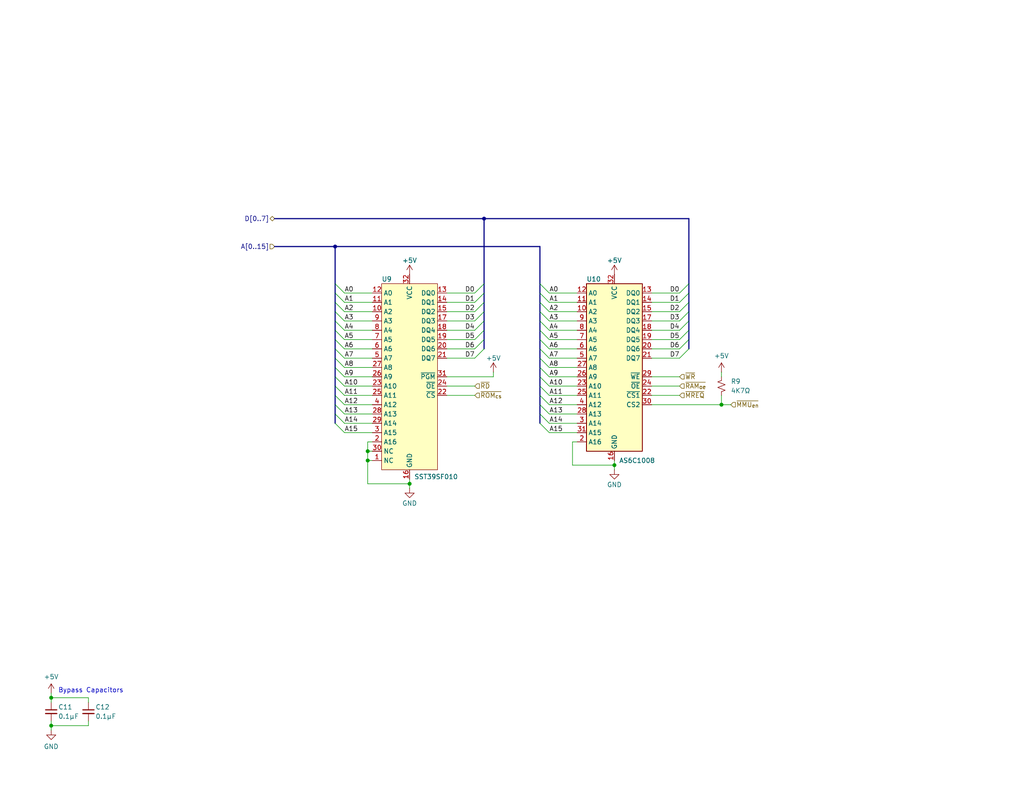
<source format=kicad_sch>
(kicad_sch (version 20250114) (generator "eeschema") (generator_version "9.0")
  (paper "USLetter")
  (title_block (title "Flash ROM, SRAM, and RTC") (date "2026-02-28") (rev "2.1") (company "MicroHobbyist") (comment 1 "Frédéric Segard"))
  (lib_symbols
    (symbol "Device:C_Small" (pin_numbers (hide yes)) (pin_names (offset 0.254) (hide yes))
      (property "Reference" "C" (at 0.254 1.778 0))
      (property "Value" "C_Small" (at 0.254 -2.032 0))
      (symbol "C_Small_0_1"
        (polyline (pts (xy -1.524 0.508) (xy 1.524 0.508)) (stroke (width 0.3048)))
        (polyline (pts (xy -1.524 -0.508) (xy 1.524 -0.508)) (stroke (width 0.3302)))
      )
      (symbol "C_Small_1_1"
        (pin passive line (at 0 2.54 270) (length 2.032) (name "~") (number "1"))
        (pin passive line (at 0 -2.54 90) (length 2.032) (name "~") (number "2"))
      )
    )
    (symbol "Device:R_Small_US" (pin_numbers (hide yes)) (pin_names (offset 0.254) (hide yes))
      (property "Reference" "R" (at 0.762 0.508 0))
      (property "Value" "R_Small_US" (at 0.762 -1.016 0))
      (symbol "R_Small_US_1_1"
        (polyline (pts (xy 0 1.524) (xy 1.016 1.143) (xy 0 0.762) (xy -1.016 0.381) (xy 0 0)))
        (polyline (pts (xy 0 0) (xy 1.016 -0.381) (xy 0 -0.762) (xy -1.016 -1.143) (xy 0 -1.524)))
        (pin passive line (at 0 2.54 270) (length 1.016) (name "~") (number "1"))
        (pin passive line (at 0 -2.54 90) (length 1.016) (name "~") (number "2"))
      )
    )
    (symbol "MicroHobbyist:AS6C1008"
      (property "Reference" "U" (at -7.62 23.495 0))
      (property "Value" "AS6C1008" (at 1.27 -25.4 0))
      (symbol "AS6C1008_0_0"
        (pin power_in line (at 0 25.4 270) (length 2.54) (name "VCC") (number "32"))
        (pin power_in line (at 0 -25.4 90) (length 2.54) (name "GND") (number "16"))
      )
      (symbol "AS6C1008_0_1"
        (rectangle (start -7.62 22.86) (end 7.62 -22.86) (stroke (width 0.254)) (fill (type background)))
      )
      (symbol "AS6C1008_1_1"
        (pin input line (at -10.16 20.32 0) (length 2.54) (name "A0") (number "12"))
        (pin input line (at -10.16 17.78 0) (length 2.54) (name "A1") (number "11"))
        (pin input line (at -10.16 15.24 0) (length 2.54) (name "A2") (number "10"))
        (pin input line (at -10.16 12.7 0) (length 2.54) (name "A3") (number "9"))
        (pin input line (at -10.16 10.16 0) (length 2.54) (name "A4") (number "8"))
        (pin input line (at -10.16 7.62 0) (length 2.54) (name "A5") (number "7"))
        (pin input line (at -10.16 5.08 0) (length 2.54) (name "A6") (number "6"))
        (pin input line (at -10.16 2.54 0) (length 2.54) (name "A7") (number "5"))
        (pin input line (at -10.16 0 0) (length 2.54) (name "A8") (number "27"))
        (pin input line (at -10.16 -2.54 0) (length 2.54) (name "A9") (number "26"))
        (pin input line (at -10.16 -5.08 0) (length 2.54) (name "A10") (number "23"))
        (pin input line (at -10.16 -7.62 0) (length 2.54) (name "A11") (number "25"))
        (pin input line (at -10.16 -10.16 0) (length 2.54) (name "A12") (number "4"))
        (pin input line (at -10.16 -12.7 0) (length 2.54) (name "A13") (number "28"))
        (pin input line (at -10.16 -15.24 0) (length 2.54) (name "A14") (number "3"))
        (pin input line (at -10.16 -17.78 0) (length 2.54) (name "A15") (number "31"))
        (pin input line (at -10.16 -20.32 0) (length 2.54) (name "A16") (number "2"))
        (pin tri_state line (at 10.16 20.32 180) (length 2.54) (name "DQ0") (number "13"))
        (pin tri_state line (at 10.16 17.78 180) (length 2.54) (name "DQ1") (number "14"))
        (pin tri_state line (at 10.16 15.24 180) (length 2.54) (name "DQ2") (number "15"))
        (pin tri_state line (at 10.16 12.7 180) (length 2.54) (name "DQ3") (number "17"))
        (pin tri_state line (at 10.16 10.16 180) (length 2.54) (name "DQ4") (number "18"))
        (pin tri_state line (at 10.16 7.62 180) (length 2.54) (name "DQ5") (number "19"))
        (pin tri_state line (at 10.16 5.08 180) (length 2.54) (name "DQ6") (number "20"))
        (pin tri_state line (at 10.16 2.54 180) (length 2.54) (name "DQ7") (number "21"))
        (pin input line (at 10.16 -2.54 180) (length 2.54) (name "~{WE}") (number "29"))
        (pin input line (at 10.16 -5.08 180) (length 2.54) (name "~{OE}") (number "24"))
        (pin input line (at 10.16 -7.62 180) (length 2.54) (name "~{CS1}") (number "22"))
        (pin input line (at 10.16 -10.16 180) (length 2.54) (name "CS2") (number "30"))
        (pin no_connect line (at 10.16 -20.32 180) (length 2.54) (hide yes) (name "NC") (number "1"))
      )
    )
    (symbol "MicroHobbyist:SST39SF010"
      (property "Reference" "U" (at -7.62 0 0))
      (property "Value" "SST39SF010" (at 1.27 0 0))
      (symbol "SST39SF010_0_0"
        (pin power_in line (at 0 2.54 270) (length 2.54) (name "VCC") (number "32"))
        (pin power_in line (at 0 -53.34 90) (length 2.54) (name "GND") (number "16"))
      )
      (symbol "SST39SF010_0_1"
        (rectangle (start -7.62 0) (end 7.62 -50.8) (fill (type background)))
      )
      (symbol "SST39SF010_1_1"
        (pin input line (at -10.16 -2.54 0) (length 2.54) (name "A0") (number "12"))
        (pin input line (at -10.16 -5.08 0) (length 2.54) (name "A1") (number "11"))
        (pin input line (at -10.16 -7.62 0) (length 2.54) (name "A2") (number "10"))
        (pin input line (at -10.16 -10.16 0) (length 2.54) (name "A3") (number "9"))
        (pin input line (at -10.16 -12.7 0) (length 2.54) (name "A4") (number "8"))
        (pin input line (at -10.16 -15.24 0) (length 2.54) (name "A5") (number "7"))
        (pin input line (at -10.16 -17.78 0) (length 2.54) (name "A6") (number "6"))
        (pin input line (at -10.16 -20.32 0) (length 2.54) (name "A7") (number "5"))
        (pin input line (at -10.16 -22.86 0) (length 2.54) (name "A8") (number "27"))
        (pin input line (at -10.16 -25.4 0) (length 2.54) (name "A9") (number "26"))
        (pin input line (at -10.16 -27.94 0) (length 2.54) (name "A10") (number "23"))
        (pin input line (at -10.16 -30.48 0) (length 2.54) (name "A11") (number "25"))
        (pin input line (at -10.16 -33.02 0) (length 2.54) (name "A12") (number "4"))
        (pin input line (at -10.16 -35.56 0) (length 2.54) (name "A13") (number "28"))
        (pin input line (at -10.16 -38.1 0) (length 2.54) (name "A14") (number "29"))
        (pin input line (at -10.16 -40.64 0) (length 2.54) (name "A15") (number "3"))
        (pin input line (at -10.16 -43.18 0) (length 2.54) (name "A16") (number "2"))
        (pin input line (at -10.16 -45.72 0) (length 2.54) (name "NC") (number "30"))
        (pin input line (at -10.16 -48.26 0) (length 2.54) (name "NC") (number "1"))
        (pin tri_state line (at 10.16 -2.54 180) (length 2.54) (name "DQ0") (number "13"))
        (pin tri_state line (at 10.16 -5.08 180) (length 2.54) (name "DQ1") (number "14"))
        (pin tri_state line (at 10.16 -7.62 180) (length 2.54) (name "DQ2") (number "15"))
        (pin tri_state line (at 10.16 -10.16 180) (length 2.54) (name "DQ3") (number "17"))
        (pin tri_state line (at 10.16 -12.7 180) (length 2.54) (name "DQ4") (number "18"))
        (pin tri_state line (at 10.16 -15.24 180) (length 2.54) (name "DQ5") (number "19"))
        (pin tri_state line (at 10.16 -17.78 180) (length 2.54) (name "DQ6") (number "20"))
        (pin tri_state line (at 10.16 -20.32 180) (length 2.54) (name "DQ7") (number "21"))
        (pin input line (at 10.16 -25.4 180) (length 2.54) (name "~{PGM}") (number "31"))
        (pin input line (at 10.16 -27.94 180) (length 2.54) (name "~{OE}") (number "24"))
        (pin input line (at 10.16 -30.48 180) (length 2.54) (name "~{CS}") (number "22"))
      )
    )
    (symbol "power:+5V" (power) (pin_numbers (hide yes)) (pin_names (offset 0) (hide yes))
      (property "Value" "+5V" (at 0 3.556 0))
      (symbol "+5V_0_1"
        (polyline (pts (xy -0.762 1.27) (xy 0 2.54)))
        (polyline (pts (xy 0 2.54) (xy 0.762 1.27)))
        (polyline (pts (xy 0 0) (xy 0 2.54)))
      )
      (symbol "+5V_1_1"
        (pin power_in line (at 0 0 90) (length 0) (name "~") (number "1"))
      )
    )
    (symbol "power:GND" (power) (pin_numbers (hide yes)) (pin_names (offset 0) (hide yes))
      (property "Value" "GND" (at 0 -3.81 0))
      (symbol "GND_0_1"
        (polyline (pts (xy 0 0) (xy 0 -1.27) (xy 1.27 -1.27) (xy 0 -2.54) (xy -1.27 -1.27) (xy 0 -1.27)))
      )
      (symbol "GND_1_1"
        (pin power_in line (at 0 0 270) (length 0) (name "~") (number "1"))
      )
    )
  )
  (text "Bypass Capacitors" (at 15.875 188.595 0) (effects (font (size 1.27 1.27)) (justify left)))
  (junction (at 13.97 190.5))
  (junction (at 13.97 198.12))
  (junction (at 167.64 127))
  (junction (at 100.33 123.19))
  (junction (at 100.33 125.73))
  (junction (at 132.08 59.69))
  (junction (at 111.76 132.08))
  (junction (at 91.44 67.31))
  (junction (at 196.85 110.49))
  (bus_entry (at 147.32 107.95) (size 2.54 2.54))
  (bus_entry (at 91.44 105.41) (size 2.54 2.54))
  (bus_entry (at 132.08 80.01) (size -2.54 2.54))
  (bus_entry (at 91.44 110.49) (size 2.54 2.54))
  (bus_entry (at 187.96 90.17) (size -2.54 2.54))
  (bus_entry (at 91.44 82.55) (size 2.54 2.54))
  (bus_entry (at 129.54 80.01) (size 2.54 -2.54))
  (bus_entry (at 91.44 77.47) (size 2.54 2.54))
  (bus_entry (at 132.08 95.25) (size -2.54 2.54))
  (bus_entry (at 132.08 85.09) (size -2.54 2.54))
  (bus_entry (at 91.44 97.79) (size 2.54 2.54))
  (bus_entry (at 132.08 87.63) (size -2.54 2.54))
  (bus_entry (at 147.32 97.79) (size 2.54 2.54))
  (bus_entry (at 147.32 110.49) (size 2.54 2.54))
  (bus_entry (at 147.32 95.25) (size 2.54 2.54))
  (bus_entry (at 91.44 95.25) (size 2.54 2.54))
  (bus_entry (at 147.32 102.87) (size 2.54 2.54))
  (bus_entry (at 132.08 82.55) (size -2.54 2.54))
  (bus_entry (at 91.44 92.71) (size 2.54 2.54))
  (bus_entry (at 187.96 95.25) (size -2.54 2.54))
  (bus_entry (at 147.32 77.47) (size 2.54 2.54))
  (bus_entry (at 147.32 92.71) (size 2.54 2.54))
  (bus_entry (at 147.32 90.17) (size 2.54 2.54))
  (bus_entry (at 147.32 80.01) (size 2.54 2.54))
  (bus_entry (at 132.08 92.71) (size -2.54 2.54))
  (bus_entry (at 147.32 85.09) (size 2.54 2.54))
  (bus_entry (at 91.44 85.09) (size 2.54 2.54))
  (bus_entry (at 147.32 87.63) (size 2.54 2.54))
  (bus_entry (at 91.44 87.63) (size 2.54 2.54))
  (bus_entry (at 132.08 90.17) (size -2.54 2.54))
  (bus_entry (at 91.44 113.03) (size 2.54 2.54))
  (bus_entry (at 187.96 80.01) (size -2.54 2.54))
  (bus_entry (at 187.96 82.55) (size -2.54 2.54))
  (bus_entry (at 91.44 107.95) (size 2.54 2.54))
  (bus_entry (at 187.96 85.09) (size -2.54 2.54))
  (bus_entry (at 91.44 90.17) (size 2.54 2.54))
  (bus_entry (at 91.44 102.87) (size 2.54 2.54))
  (bus_entry (at 91.44 80.01) (size 2.54 2.54))
  (bus_entry (at 147.32 100.33) (size 2.54 2.54))
  (bus_entry (at 147.32 105.41) (size 2.54 2.54))
  (bus_entry (at 185.42 80.01) (size 2.54 -2.54))
  (bus_entry (at 91.44 115.57) (size 2.54 2.54))
  (bus_entry (at 187.96 92.71) (size -2.54 2.54))
  (bus_entry (at 147.32 82.55) (size 2.54 2.54))
  (bus_entry (at 187.96 87.63) (size -2.54 2.54))
  (bus_entry (at 147.32 113.03) (size 2.54 2.54))
  (bus_entry (at 91.44 100.33) (size 2.54 2.54))
  (bus_entry (at 147.32 115.57) (size 2.54 2.54))
  (wire (pts (xy 156.21 120.65) (xy 157.48 120.65)))
  (wire (pts (xy 149.86 97.79) (xy 157.48 97.79)))
  (bus (pts (xy 132.08 85.09) (xy 132.08 87.63)))
  (bus (pts (xy 91.44 110.49) (xy 91.44 113.03)))
  (wire (pts (xy 121.92 102.87) (xy 134.62 102.87)))
  (wire (pts (xy 100.33 120.65) (xy 101.6 120.65)))
  (bus (pts (xy 91.44 85.09) (xy 91.44 87.63)))
  (wire (pts (xy 129.54 105.41) (xy 121.92 105.41)))
  (bus (pts (xy 187.96 80.01) (xy 187.96 82.55)))
  (wire (pts (xy 185.42 80.01) (xy 177.8 80.01)))
  (bus (pts (xy 91.44 67.31) (xy 91.44 77.47)))
  (wire (pts (xy 93.98 105.41) (xy 101.6 105.41)))
  (wire (pts (xy 111.76 130.81) (xy 111.76 132.08)))
  (wire (pts (xy 93.98 87.63) (xy 101.6 87.63)))
  (wire (pts (xy 185.42 85.09) (xy 177.8 85.09)))
  (wire (pts (xy 24.13 196.85) (xy 24.13 198.12)))
  (bus (pts (xy 147.32 80.01) (xy 147.32 82.55)))
  (bus (pts (xy 74.93 59.69) (xy 132.08 59.69)))
  (bus (pts (xy 132.08 82.55) (xy 132.08 85.09)))
  (wire (pts (xy 129.54 87.63) (xy 121.92 87.63)))
  (wire (pts (xy 156.21 127) (xy 167.64 127)))
  (wire (pts (xy 149.86 105.41) (xy 157.48 105.41)))
  (wire (pts (xy 185.42 95.25) (xy 177.8 95.25)))
  (wire (pts (xy 129.54 107.95) (xy 121.92 107.95)))
  (bus (pts (xy 147.32 97.79) (xy 147.32 100.33)))
  (wire (pts (xy 93.98 107.95) (xy 101.6 107.95)))
  (bus (pts (xy 147.32 105.41) (xy 147.32 107.95)))
  (bus (pts (xy 91.44 82.55) (xy 91.44 85.09)))
  (wire (pts (xy 149.86 90.17) (xy 157.48 90.17)))
  (wire (pts (xy 93.98 102.87) (xy 101.6 102.87)))
  (bus (pts (xy 147.32 87.63) (xy 147.32 90.17)))
  (wire (pts (xy 100.33 123.19) (xy 100.33 125.73)))
  (bus (pts (xy 74.93 67.31) (xy 91.44 67.31)))
  (bus (pts (xy 91.44 102.87) (xy 91.44 105.41)))
  (wire (pts (xy 167.64 128.27) (xy 167.64 127)))
  (wire (pts (xy 177.8 105.41) (xy 185.42 105.41)))
  (wire (pts (xy 93.98 118.11) (xy 101.6 118.11)))
  (wire (pts (xy 196.85 101.6) (xy 196.85 102.87)))
  (wire (pts (xy 149.86 110.49) (xy 157.48 110.49)))
  (bus (pts (xy 147.32 90.17) (xy 147.32 92.71)))
  (wire (pts (xy 93.98 115.57) (xy 101.6 115.57)))
  (bus (pts (xy 147.32 85.09) (xy 147.32 87.63)))
  (bus (pts (xy 132.08 90.17) (xy 132.08 92.71)))
  (bus (pts (xy 132.08 59.69) (xy 187.96 59.69)))
  (wire (pts (xy 177.8 107.95) (xy 185.42 107.95)))
  (bus (pts (xy 132.08 59.69) (xy 132.08 77.47)))
  (wire (pts (xy 13.97 190.5) (xy 13.97 191.77)))
  (wire (pts (xy 93.98 90.17) (xy 101.6 90.17)))
  (wire (pts (xy 177.8 102.87) (xy 185.42 102.87)))
  (wire (pts (xy 24.13 190.5) (xy 24.13 191.77)))
  (bus (pts (xy 91.44 92.71) (xy 91.44 95.25)))
  (wire (pts (xy 13.97 190.5) (xy 24.13 190.5)))
  (wire (pts (xy 196.85 110.49) (xy 199.39 110.49)))
  (bus (pts (xy 147.32 95.25) (xy 147.32 97.79)))
  (bus (pts (xy 132.08 77.47) (xy 132.08 80.01)))
  (wire (pts (xy 134.62 101.6) (xy 134.62 102.87)))
  (bus (pts (xy 91.44 95.25) (xy 91.44 97.79)))
  (wire (pts (xy 185.42 90.17) (xy 177.8 90.17)))
  (wire (pts (xy 93.98 100.33) (xy 101.6 100.33)))
  (wire (pts (xy 129.54 95.25) (xy 121.92 95.25)))
  (bus (pts (xy 187.96 92.71) (xy 187.96 95.25)))
  (wire (pts (xy 167.64 127) (xy 167.64 125.73)))
  (bus (pts (xy 132.08 87.63) (xy 132.08 90.17)))
  (wire (pts (xy 196.85 107.95) (xy 196.85 110.49)))
  (bus (pts (xy 91.44 67.31) (xy 147.32 67.31)))
  (wire (pts (xy 149.86 100.33) (xy 157.48 100.33)))
  (wire (pts (xy 149.86 92.71) (xy 157.48 92.71)))
  (wire (pts (xy 93.98 82.55) (xy 101.6 82.55)))
  (wire (pts (xy 149.86 107.95) (xy 157.48 107.95)))
  (wire (pts (xy 156.21 120.65) (xy 156.21 127)))
  (wire (pts (xy 149.86 80.01) (xy 157.48 80.01)))
  (wire (pts (xy 185.42 87.63) (xy 177.8 87.63)))
  (bus (pts (xy 147.32 77.47) (xy 147.32 80.01)))
  (bus (pts (xy 91.44 87.63) (xy 91.44 90.17)))
  (wire (pts (xy 149.86 87.63) (xy 157.48 87.63)))
  (wire (pts (xy 93.98 95.25) (xy 101.6 95.25)))
  (wire (pts (xy 149.86 118.11) (xy 157.48 118.11)))
  (wire (pts (xy 93.98 113.03) (xy 101.6 113.03)))
  (wire (pts (xy 13.97 198.12) (xy 24.13 198.12)))
  (bus (pts (xy 147.32 92.71) (xy 147.32 95.25)))
  (wire (pts (xy 149.86 85.09) (xy 157.48 85.09)))
  (bus (pts (xy 187.96 59.69) (xy 187.96 77.47)))
  (bus (pts (xy 91.44 113.03) (xy 91.44 115.57)))
  (wire (pts (xy 13.97 189.23) (xy 13.97 190.5)))
  (bus (pts (xy 132.08 92.71) (xy 132.08 95.25)))
  (wire (pts (xy 149.86 82.55) (xy 157.48 82.55)))
  (bus (pts (xy 147.32 102.87) (xy 147.32 105.41)))
  (wire (pts (xy 185.42 82.55) (xy 177.8 82.55)))
  (wire (pts (xy 129.54 85.09) (xy 121.92 85.09)))
  (wire (pts (xy 129.54 82.55) (xy 121.92 82.55)))
  (bus (pts (xy 91.44 100.33) (xy 91.44 102.87)))
  (wire (pts (xy 93.98 110.49) (xy 101.6 110.49)))
  (bus (pts (xy 91.44 80.01) (xy 91.44 82.55)))
  (bus (pts (xy 187.96 85.09) (xy 187.96 87.63)))
  (bus (pts (xy 91.44 105.41) (xy 91.44 107.95)))
  (wire (pts (xy 149.86 102.87) (xy 157.48 102.87)))
  (bus (pts (xy 147.32 110.49) (xy 147.32 113.03)))
  (wire (pts (xy 100.33 125.73) (xy 101.6 125.73)))
  (wire (pts (xy 149.86 115.57) (xy 157.48 115.57)))
  (wire (pts (xy 149.86 95.25) (xy 157.48 95.25)))
  (wire (pts (xy 129.54 97.79) (xy 121.92 97.79)))
  (wire (pts (xy 93.98 97.79) (xy 101.6 97.79)))
  (bus (pts (xy 187.96 90.17) (xy 187.96 92.71)))
  (wire (pts (xy 111.76 132.08) (xy 111.76 133.35)))
  (bus (pts (xy 91.44 97.79) (xy 91.44 100.33)))
  (bus (pts (xy 147.32 100.33) (xy 147.32 102.87)))
  (wire (pts (xy 93.98 85.09) (xy 101.6 85.09)))
  (wire (pts (xy 185.42 92.71) (xy 177.8 92.71)))
  (bus (pts (xy 147.32 107.95) (xy 147.32 110.49)))
  (wire (pts (xy 93.98 92.71) (xy 101.6 92.71)))
  (bus (pts (xy 187.96 87.63) (xy 187.96 90.17)))
  (wire (pts (xy 13.97 198.12) (xy 13.97 199.39)))
  (wire (pts (xy 100.33 125.73) (xy 100.33 132.08)))
  (wire (pts (xy 129.54 92.71) (xy 121.92 92.71)))
  (bus (pts (xy 187.96 77.47) (xy 187.96 80.01)))
  (wire (pts (xy 100.33 132.08) (xy 111.76 132.08)))
  (wire (pts (xy 100.33 123.19) (xy 101.6 123.19)))
  (bus (pts (xy 147.32 82.55) (xy 147.32 85.09)))
  (wire (pts (xy 93.98 80.01) (xy 101.6 80.01)))
  (wire (pts (xy 13.97 196.85) (xy 13.97 198.12)))
  (bus (pts (xy 132.08 80.01) (xy 132.08 82.55)))
  (bus (pts (xy 91.44 107.95) (xy 91.44 110.49)))
  (wire (pts (xy 185.42 97.79) (xy 177.8 97.79)))
  (wire (pts (xy 100.33 120.65) (xy 100.33 123.19)))
  (bus (pts (xy 187.96 82.55) (xy 187.96 85.09)))
  (wire (pts (xy 177.8 110.49) (xy 196.85 110.49)))
  (wire (pts (xy 129.54 90.17) (xy 121.92 90.17)))
  (bus (pts (xy 147.32 67.31) (xy 147.32 77.47)))
  (wire (pts (xy 149.86 113.03) (xy 157.48 113.03)))
  (bus (pts (xy 147.32 113.03) (xy 147.32 115.57)))
  (bus (pts (xy 91.44 77.47) (xy 91.44 80.01)))
  (wire (pts (xy 129.54 80.01) (xy 121.92 80.01)))
  (bus (pts (xy 91.44 90.17) (xy 91.44 92.71)))
  (label "A11" (at 149.86 107.95 0))
  (label "A11" (at 93.98 107.95 0))
  (label "A0" (at 149.86 80.01 0))
  (label "A15" (at 149.86 118.11 0))
  (label "A6" (at 149.86 95.25 0))
  (label "A1" (at 149.86 82.55 0))
  (label "D7" (at 129.54 97.79 180))
  (label "D0" (at 185.42 80.01 180))
  (label "A15" (at 93.98 118.11 0))
  (label "D6" (at 185.42 95.25 180))
  (label "A4" (at 149.86 90.17 0))
  (label "D7" (at 185.42 97.79 180))
  (label "A4" (at 93.98 90.17 0))
  (label "A10" (at 149.86 105.41 0))
  (label "D3" (at 185.42 87.63 180))
  (label "A13" (at 93.98 113.03 0))
  (label "A9" (at 93.98 102.87 0))
  (label "A0" (at 93.98 80.01 0))
  (label "A14" (at 93.98 115.57 0))
  (label "D6" (at 129.54 95.25 180))
  (label "A3" (at 149.86 87.63 0))
  (label "A5" (at 149.86 92.71 0))
  (label "A5" (at 93.98 92.71 0))
  (label "A9" (at 149.86 102.87 0))
  (label "D4" (at 129.54 90.17 180))
  (label "A14" (at 149.86 115.57 0))
  (label "D1" (at 129.54 82.55 180))
  (label "A8" (at 93.98 100.33 0))
  (label "D5" (at 129.54 92.71 180))
  (label "A8" (at 149.86 100.33 0))
  (label "D3" (at 129.54 87.63 180))
  (label "A7" (at 149.86 97.79 0))
  (label "A12" (at 149.86 110.49 0))
  (label "D2" (at 185.42 85.09 180))
  (label "D0" (at 129.54 80.01 180))
  (label "A12" (at 93.98 110.49 0))
  (label "D1" (at 185.42 82.55 180))
  (label "A10" (at 93.98 105.41 0))
  (label "A1" (at 93.98 82.55 0))
  (label "A2" (at 93.98 85.09 0))
  (label "A6" (at 93.98 95.25 0))
  (label "A3" (at 93.98 87.63 0))
  (label "A2" (at 149.86 85.09 0))
  (label "A7" (at 93.98 97.79 0))
  (label "D5" (at 185.42 92.71 180))
  (label "D4" (at 185.42 90.17 180))
  (label "D2" (at 129.54 85.09 180))
  (label "A13" (at 149.86 113.03 0))
  (hierarchical_label "D[0..7]" (shape bidirectional) (at 74.93 59.69 180))
  (hierarchical_label "~{RAM_{oe}}" (shape input) (at 185.42 105.41 0))
  (hierarchical_label "~{RD}" (shape input) (at 129.54 105.41 0))
  (hierarchical_label "A[0..15]" (shape input) (at 74.93 67.31 180))
  (hierarchical_label "~{ROM_{cs}}" (shape input) (at 129.54 107.95 0))
  (hierarchical_label "~{MMU_{en}}" (shape input) (at 199.39 110.49 0))
  (hierarchical_label "~{WR}" (shape input) (at 185.42 102.87 0))
  (hierarchical_label "~{MREQ}" (shape input) (at 185.42 107.95 0))
  (symbol (lib_id "Device:R_Small_US") (at 196.85 105.41 0) (mirror x) (unit 1)
    (property "Reference" "R9" (at 199.39 104.14 0) (effects (justify left)))
    (property "Value" "4K7Ω" (at 199.39 106.68 0) (effects (justify left)))
    (property "Footprint" "Resistor_THT:R_Axial_DIN0207_L6.3mm_D2.5mm_P10.16mm_Horizontal" (effects (hide yes)))
    (property "Description" "Resistor, small US symbol" (effects (hide yes)))
  )
  (symbol (lib_id "power:+5V") (at 134.62 101.6 0) (unit 1)
    (property "Reference" "#PWR038" (effects (hide yes)))
    (property "Value" "+5V" (at 134.62 97.79 0))
    (property "Description" "Power symbol creates a global label with name \"+5V\"" (effects (hide yes)))
  )
  (symbol (lib_id "Device:C_Small") (at 13.97 194.31 0) (unit 1)
    (property "Reference" "C11" (at 15.875 193.04 0) (effects (justify left)))
    (property "Value" "0.1µF" (at 15.875 195.58 0) (effects (justify left)))
    (property "Footprint" "Capacitor_THT:C_Disc_D3.0mm_W1.6mm_P2.50mm" (effects (hide yes)))
    (property "Description" "Unpolarized capacitor, small symbol" (effects (hide yes)))
  )
  (symbol (lib_id "MicroHobbyist:SST39SF010") (at 111.76 77.47 0) (unit 1)
    (property "Reference" "U9" (at 104.14 76.2 0) (effects (justify left)))
    (property "Value" "SST39SF010" (at 113.03 130.175 0) (effects (justify left)))
    (property "Footprint" "Socket:DIP_Socket-32_W11.9mm_W12.7mm_W15.24mm_W17.78mm_W18.5mm_3M_232-1285-00-0602J" (effects (hide yes)))
    (property "Datasheet" "https://ww1.microchip.com/downloads/en/DeviceDoc/20005022C.pdf" (effects (hide yes)))
    (property "Description" "128K x 8 Low Power CMOS NOE FLASH, DIP-32" (effects (hide yes)))
  )
  (symbol (lib_id "power:+5V") (at 13.97 189.23 0) (unit 1)
    (property "Reference" "#PWR042" (effects (hide yes)))
    (property "Value" "+5V" (at 13.97 184.785 0))
    (property "Description" "Power symbol creates a global label with name \"+5V\"" (effects (hide yes)))
  )
  (symbol (lib_id "power:+5V") (at 111.76 74.93 0) (unit 1)
    (property "Reference" "#PWR036" (effects (hide yes)))
    (property "Value" "+5V" (at 111.76 71.12 0))
    (property "Description" "Power symbol creates a global label with name \"+5V\"" (effects (hide yes)))
  )
  (symbol (lib_id "power:GND") (at 13.97 199.39 0) (unit 1)
    (property "Reference" "#PWR043" (effects (hide yes)))
    (property "Value" "GND" (at 13.97 203.835 0))
    (property "Description" "Power symbol creates a global label with name \"GND\" , ground" (effects (hide yes)))
  )
  (symbol (lib_id "Device:C_Small") (at 24.13 194.31 0) (unit 1)
    (property "Reference" "C12" (at 26.035 193.04 0) (effects (justify left)))
    (property "Value" "0.1µF" (at 26.035 195.58 0) (effects (justify left)))
    (property "Footprint" "Capacitor_THT:C_Disc_D3.0mm_W1.6mm_P2.50mm" (effects (hide yes)))
    (property "Description" "Unpolarized capacitor, small symbol" (effects (hide yes)))
  )
  (symbol (lib_id "power:GND") (at 167.64 128.27 0) (unit 1)
    (property "Reference" "#PWR040" (effects (hide yes)))
    (property "Value" "GND" (at 167.64 132.334 0))
    (property "Description" "Power symbol creates a global label with name \"GND\" , ground" (effects (hide yes)))
  )
  (symbol (lib_id "power:GND") (at 111.76 133.35 0) (unit 1)
    (property "Reference" "#PWR041" (effects (hide yes)))
    (property "Value" "GND" (at 111.76 137.414 0))
    (property "Description" "Power symbol creates a global label with name \"GND\" , ground" (effects (hide yes)))
  )
  (symbol (lib_id "MicroHobbyist:AS6C1008") (at 167.64 100.33 0) (unit 1)
    (property "Reference" "U10" (at 160.02 76.2 0) (effects (justify left)))
    (property "Value" "AS6C1008" (at 168.91 125.73 0) (effects (justify left)))
    (property "Footprint" "Package_DIP:DIP-32_W15.24mm_Socket" (effects (hide yes)))
    (property "Datasheet" "https://www.alliancememory.com/wp-content/uploads/pdf/AS6C1008_Mar_2023V1.2.pdf" (effects (hide yes)))
    (property "Description" "1-Mbit (128K X 8-bit) Low Power CMOS SRAM, single 2.7V ~ 5.5V power supply, 55ns, DIP-32" (effects (hide yes)))
  )
  (symbol (lib_id "power:+5V") (at 196.85 101.6 0) (unit 1)
    (property "Reference" "#PWR039" (effects (hide yes)))
    (property "Value" "+5V" (at 196.85 97.155 0))
    (property "Description" "Power symbol creates a global label with name \"+5V\"" (effects (hide yes)))
  )
  (symbol (lib_id "power:+5V") (at 167.64 74.93 0) (unit 1)
    (property "Reference" "#PWR037" (effects (hide yes)))
    (property "Value" "+5V" (at 167.64 71.12 0))
    (property "Description" "Power symbol creates a global label with name \"+5V\"" (effects (hide yes)))
  )
)
</source>
